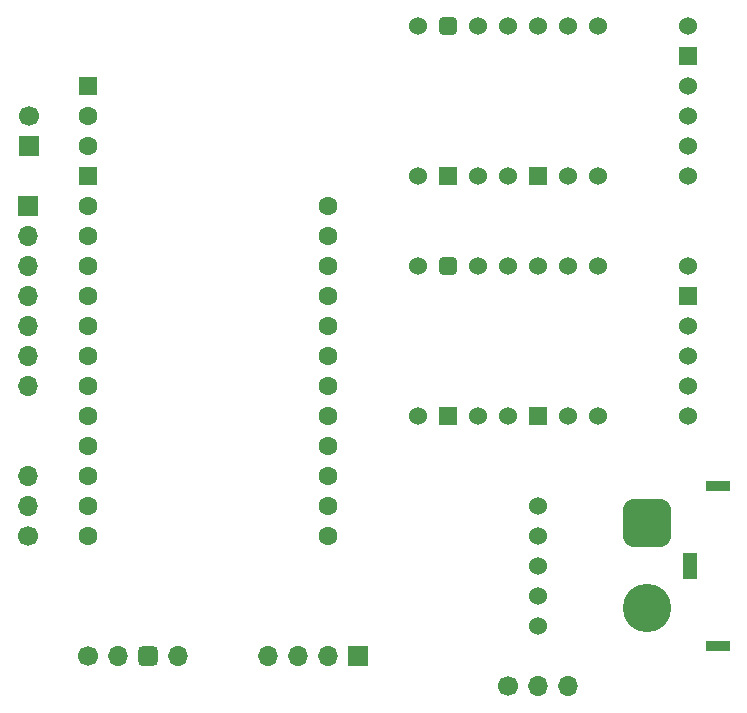
<source format=gbr>
%TF.GenerationSoftware,KiCad,Pcbnew,7.0.5-7.0.5~ubuntu22.04.1*%
%TF.CreationDate,2023-07-10T16:54:28-05:00*%
%TF.ProjectId,vango-pcb,76616e67-6f2d-4706-9362-2e6b69636164,rev?*%
%TF.SameCoordinates,Original*%
%TF.FileFunction,Soldermask,Top*%
%TF.FilePolarity,Negative*%
%FSLAX46Y46*%
G04 Gerber Fmt 4.6, Leading zero omitted, Abs format (unit mm)*
G04 Created by KiCad (PCBNEW 7.0.5-7.0.5~ubuntu22.04.1) date 2023-07-10 16:54:28*
%MOMM*%
%LPD*%
G01*
G04 APERTURE LIST*
G04 Aperture macros list*
%AMRoundRect*
0 Rectangle with rounded corners*
0 $1 Rounding radius*
0 $2 $3 $4 $5 $6 $7 $8 $9 X,Y pos of 4 corners*
0 Add a 4 corners polygon primitive as box body*
4,1,4,$2,$3,$4,$5,$6,$7,$8,$9,$2,$3,0*
0 Add four circle primitives for the rounded corners*
1,1,$1+$1,$2,$3*
1,1,$1+$1,$4,$5*
1,1,$1+$1,$6,$7*
1,1,$1+$1,$8,$9*
0 Add four rect primitives between the rounded corners*
20,1,$1+$1,$2,$3,$4,$5,0*
20,1,$1+$1,$4,$5,$6,$7,0*
20,1,$1+$1,$6,$7,$8,$9,0*
20,1,$1+$1,$8,$9,$2,$3,0*%
G04 Aperture macros list end*
%ADD10C,1.524000*%
%ADD11R,1.524000X1.524000*%
%ADD12RoundRect,0.381000X0.381000X-0.381000X0.381000X0.381000X-0.381000X0.381000X-0.381000X-0.381000X0*%
%ADD13R,1.700000X1.700000*%
%ADD14O,1.700000X1.700000*%
%ADD15C,1.700000*%
%ADD16R,1.600000X1.600000*%
%ADD17C,1.600000*%
%ADD18R,2.000000X0.900000*%
%ADD19RoundRect,1.025000X-1.025000X1.025000X-1.025000X-1.025000X1.025000X-1.025000X1.025000X1.025000X0*%
%ADD20C,4.100000*%
%ADD21R,1.300000X2.300000*%
%ADD22RoundRect,0.425000X0.425000X-0.425000X0.425000X0.425000X-0.425000X0.425000X-0.425000X-0.425000X0*%
G04 APERTURE END LIST*
D10*
%TO.C,U2*%
X86360000Y-109220000D03*
X86360000Y-106680000D03*
X86360000Y-104140000D03*
X86360000Y-101600000D03*
X86360000Y-99060000D03*
%TD*%
%TO.C,U3*%
X76200000Y-71120000D03*
D11*
X78740000Y-71120000D03*
D10*
X81280000Y-71120000D03*
X83820000Y-71120000D03*
D11*
X86360000Y-71120000D03*
D10*
X88900000Y-71120000D03*
X91440000Y-71120000D03*
X76200000Y-58420000D03*
D12*
X78740000Y-58420000D03*
D10*
X81280000Y-58420000D03*
X83820000Y-58420000D03*
X86360000Y-58420000D03*
X88900000Y-58420000D03*
X91440000Y-58420000D03*
%TD*%
D13*
%TO.C,J4*%
X43180000Y-73660000D03*
D14*
X43180000Y-76200000D03*
X43180000Y-78740000D03*
X43180000Y-81280000D03*
X43180000Y-83820000D03*
X43180000Y-86360000D03*
X43180000Y-88900000D03*
%TD*%
D10*
%TO.C,U5*%
X99060000Y-58420000D03*
D11*
X99060000Y-60960000D03*
D10*
X99060000Y-63500000D03*
X99060000Y-66040000D03*
X99060000Y-68580000D03*
X99060000Y-71120000D03*
%TD*%
%TO.C,U4*%
X99060000Y-78740000D03*
D11*
X99060000Y-81280000D03*
D10*
X99060000Y-83820000D03*
X99060000Y-86360000D03*
X99060000Y-88900000D03*
X99060000Y-91440000D03*
%TD*%
D15*
%TO.C,J5*%
X43180000Y-101600000D03*
D14*
X43180000Y-99060000D03*
X43180000Y-96520000D03*
%TD*%
D10*
%TO.C,U1*%
X76200000Y-91440000D03*
D11*
X78740000Y-91440000D03*
D10*
X81280000Y-91440000D03*
X83820000Y-91440000D03*
D11*
X86360000Y-91440000D03*
D10*
X88900000Y-91440000D03*
X91440000Y-91440000D03*
X76200000Y-78740000D03*
D12*
X78740000Y-78740000D03*
D10*
X81280000Y-78740000D03*
X83820000Y-78740000D03*
X86360000Y-78740000D03*
X88900000Y-78740000D03*
X91440000Y-78740000D03*
%TD*%
D16*
%TO.C,A1*%
X48260000Y-63500000D03*
D17*
X48260000Y-66040000D03*
X48260000Y-68580000D03*
D16*
X48260000Y-71120000D03*
D17*
X48260000Y-73660000D03*
X48260000Y-76200000D03*
X48260000Y-78740000D03*
X48260000Y-81280000D03*
X48260000Y-83820000D03*
X48260000Y-86360000D03*
X48260000Y-88900000D03*
X48260000Y-91440000D03*
X48260000Y-93980000D03*
X48260000Y-96520000D03*
X48260000Y-99060000D03*
X48260000Y-101600000D03*
X68580000Y-101600000D03*
X68580000Y-99060000D03*
X68580000Y-96520000D03*
X68580000Y-93980000D03*
X68580000Y-91440000D03*
X68580000Y-88900000D03*
X68580000Y-86360000D03*
X68580000Y-83820000D03*
X68580000Y-81280000D03*
X68580000Y-78740000D03*
X68580000Y-76200000D03*
X68580000Y-73660000D03*
%TD*%
D18*
%TO.C,J1*%
X101600000Y-97390000D03*
X101600000Y-110890000D03*
D19*
X95600000Y-100540000D03*
D20*
X95600000Y-107740000D03*
D21*
X99250000Y-104140000D03*
%TD*%
D15*
%TO.C,J2*%
X48260000Y-111760000D03*
D14*
X50800000Y-111760000D03*
D22*
X53340000Y-111760000D03*
D14*
X55880000Y-111760000D03*
%TD*%
D13*
%TO.C,J3*%
X71120000Y-111760000D03*
D14*
X68580000Y-111760000D03*
X66040000Y-111760000D03*
X63500000Y-111760000D03*
%TD*%
D15*
%TO.C,SW1*%
X83820000Y-114300000D03*
D14*
X86360000Y-114300000D03*
X88900000Y-114300000D03*
%TD*%
D15*
%TO.C,J6*%
X43285242Y-66040000D03*
D13*
X43285242Y-68580000D03*
%TD*%
M02*

</source>
